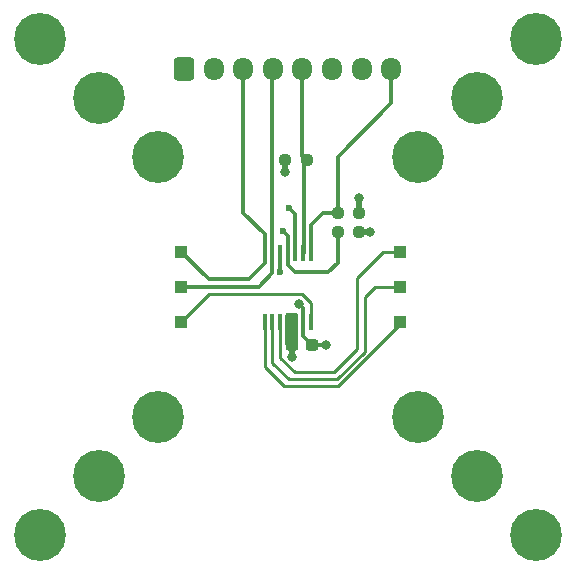
<source format=gbr>
%TF.GenerationSoftware,KiCad,Pcbnew,(6.0.0)*%
%TF.CreationDate,2022-01-20T18:02:09+07:00*%
%TF.ProjectId,CubeSat Encoder,43756265-5361-4742-9045-6e636f646572,rev?*%
%TF.SameCoordinates,Original*%
%TF.FileFunction,Copper,L1,Top*%
%TF.FilePolarity,Positive*%
%FSLAX46Y46*%
G04 Gerber Fmt 4.6, Leading zero omitted, Abs format (unit mm)*
G04 Created by KiCad (PCBNEW (6.0.0)) date 2022-01-20 18:02:09*
%MOMM*%
%LPD*%
G01*
G04 APERTURE LIST*
G04 Aperture macros list*
%AMRoundRect*
0 Rectangle with rounded corners*
0 $1 Rounding radius*
0 $2 $3 $4 $5 $6 $7 $8 $9 X,Y pos of 4 corners*
0 Add a 4 corners polygon primitive as box body*
4,1,4,$2,$3,$4,$5,$6,$7,$8,$9,$2,$3,0*
0 Add four circle primitives for the rounded corners*
1,1,$1+$1,$2,$3*
1,1,$1+$1,$4,$5*
1,1,$1+$1,$6,$7*
1,1,$1+$1,$8,$9*
0 Add four rect primitives between the rounded corners*
20,1,$1+$1,$2,$3,$4,$5,0*
20,1,$1+$1,$4,$5,$6,$7,0*
20,1,$1+$1,$6,$7,$8,$9,0*
20,1,$1+$1,$8,$9,$2,$3,0*%
G04 Aperture macros list end*
%TA.AperFunction,ComponentPad*%
%ADD10C,4.400000*%
%TD*%
%TA.AperFunction,ComponentPad*%
%ADD11C,0.700000*%
%TD*%
%TA.AperFunction,SMDPad,CuDef*%
%ADD12RoundRect,0.237500X-0.300000X-0.237500X0.300000X-0.237500X0.300000X0.237500X-0.300000X0.237500X0*%
%TD*%
%TA.AperFunction,SMDPad,CuDef*%
%ADD13RoundRect,0.237500X0.250000X0.237500X-0.250000X0.237500X-0.250000X-0.237500X0.250000X-0.237500X0*%
%TD*%
%TA.AperFunction,SMDPad,CuDef*%
%ADD14R,1.000000X1.000000*%
%TD*%
%TA.AperFunction,SMDPad,CuDef*%
%ADD15R,0.450000X1.475000*%
%TD*%
%TA.AperFunction,SMDPad,CuDef*%
%ADD16RoundRect,0.237500X-0.250000X-0.237500X0.250000X-0.237500X0.250000X0.237500X-0.250000X0.237500X0*%
%TD*%
%TA.AperFunction,ComponentPad*%
%ADD17RoundRect,0.250000X-0.600000X-0.725000X0.600000X-0.725000X0.600000X0.725000X-0.600000X0.725000X0*%
%TD*%
%TA.AperFunction,ComponentPad*%
%ADD18O,1.700000X1.950000*%
%TD*%
%TA.AperFunction,ViaPad*%
%ADD19C,0.800000*%
%TD*%
%TA.AperFunction,ViaPad*%
%ADD20C,0.600000*%
%TD*%
%TA.AperFunction,Conductor*%
%ADD21C,0.500000*%
%TD*%
%TA.AperFunction,Conductor*%
%ADD22C,0.300000*%
%TD*%
%TA.AperFunction,Conductor*%
%ADD23C,0.250000*%
%TD*%
G04 APERTURE END LIST*
D10*
%TO.P,H12,1,1*%
%TO.N,GND*%
X125000000Y-55000000D03*
D11*
X126650000Y-55000000D03*
X126166726Y-56166726D03*
X125000000Y-56650000D03*
X123833274Y-56166726D03*
X123350000Y-55000000D03*
X123833274Y-53833274D03*
X125000000Y-53350000D03*
X126166726Y-53833274D03*
%TD*%
D10*
%TO.P,H11,1,1*%
%TO.N,GND*%
X125000000Y-87000000D03*
D11*
X126650000Y-87000000D03*
X126166726Y-88166726D03*
X125000000Y-88650000D03*
X123833274Y-88166726D03*
X123350000Y-87000000D03*
X123833274Y-85833274D03*
X125000000Y-85350000D03*
X126166726Y-85833274D03*
%TD*%
D10*
%TO.P,H10,1,1*%
%TO.N,GND*%
X157000000Y-87000000D03*
D11*
X158650000Y-87000000D03*
X158166726Y-88166726D03*
X157000000Y-88650000D03*
X155833274Y-88166726D03*
X155350000Y-87000000D03*
X155833274Y-85833274D03*
X157000000Y-85350000D03*
X158166726Y-85833274D03*
%TD*%
D10*
%TO.P,H9,1,1*%
%TO.N,GND*%
X157000000Y-55000000D03*
D11*
X158650000Y-55000000D03*
X158166726Y-56166726D03*
X157000000Y-56650000D03*
X155833274Y-56166726D03*
X155350000Y-55000000D03*
X155833274Y-53833274D03*
X157000000Y-53350000D03*
X158166726Y-53833274D03*
%TD*%
D10*
%TO.P,H8,1,1*%
%TO.N,GND*%
X120000000Y-92000000D03*
D11*
X121650000Y-92000000D03*
X121166726Y-93166726D03*
X120000000Y-93650000D03*
X118833274Y-93166726D03*
X118350000Y-92000000D03*
X118833274Y-90833274D03*
X120000000Y-90350000D03*
X121166726Y-90833274D03*
%TD*%
D10*
%TO.P,H7,1,1*%
%TO.N,GND*%
X162000000Y-92000000D03*
D11*
X163650000Y-92000000D03*
X163166726Y-93166726D03*
X162000000Y-93650000D03*
X160833274Y-93166726D03*
X160350000Y-92000000D03*
X160833274Y-90833274D03*
X162000000Y-90350000D03*
X163166726Y-90833274D03*
%TD*%
D10*
%TO.P,H6,1,1*%
%TO.N,GND*%
X120000000Y-50000000D03*
D11*
X121650000Y-50000000D03*
X121166726Y-51166726D03*
X120000000Y-51650000D03*
X118833274Y-51166726D03*
X118350000Y-50000000D03*
X118833274Y-48833274D03*
X120000000Y-48350000D03*
X121166726Y-48833274D03*
%TD*%
D10*
%TO.P,H5,1,1*%
%TO.N,GND*%
X162000000Y-50000000D03*
D11*
X163650000Y-50000000D03*
X163166726Y-51166726D03*
X162000000Y-51650000D03*
X160833274Y-51166726D03*
X160350000Y-50000000D03*
X160833274Y-48833274D03*
X162000000Y-48350000D03*
X163166726Y-48833274D03*
%TD*%
%TO.P,H2,1,1*%
%TO.N,GND*%
X131650000Y-82000000D03*
D10*
X130000000Y-82000000D03*
D11*
X128350000Y-82000000D03*
X130000000Y-80350000D03*
X131166726Y-83166726D03*
X128833274Y-80833274D03*
X130000000Y-83650000D03*
X131166726Y-80833274D03*
X128833274Y-83166726D03*
%TD*%
D12*
%TO.P,C1,1*%
%TO.N,+3V3*%
X141357500Y-75910000D03*
%TO.P,C1,2*%
%TO.N,GND*%
X143082500Y-75910000D03*
%TD*%
D13*
%TO.P,R1,1*%
%TO.N,/CLK*%
X142592500Y-60250000D03*
%TO.P,R1,2*%
%TO.N,GND*%
X140767500Y-60250000D03*
%TD*%
D11*
%TO.P,H1,1,1*%
%TO.N,GND*%
X128350000Y-60000000D03*
X131166726Y-58833274D03*
X128833274Y-61166726D03*
X131650000Y-60000000D03*
X131166726Y-61166726D03*
X130000000Y-58350000D03*
D10*
X130000000Y-60000000D03*
D11*
X128833274Y-58833274D03*
X130000000Y-61650000D03*
%TD*%
D14*
%TO.P,TP5,1,1*%
%TO.N,/V*%
X150500000Y-70950000D03*
%TD*%
D15*
%TO.P,IC1,1,CSN*%
%TO.N,/CS*%
X142950000Y-68062000D03*
%TO.P,IC1,2,CLK*%
%TO.N,/CLK*%
X142300000Y-68062000D03*
%TO.P,IC1,3,MISO*%
%TO.N,/MISO*%
X141650000Y-68062000D03*
%TO.P,IC1,4,MOSI*%
%TO.N,/MOSI*%
X141000000Y-68062000D03*
%TO.P,IC1,5,TEST*%
%TO.N,GND*%
X140350000Y-68062000D03*
%TO.P,IC1,6,B*%
%TO.N,/B*%
X139700000Y-68062000D03*
%TO.P,IC1,7,A*%
%TO.N,/A*%
X139050000Y-68062000D03*
%TO.P,IC1,8,W/PWM*%
%TO.N,/W*%
X139050000Y-73938000D03*
%TO.P,IC1,9,V*%
%TO.N,/V*%
X139700000Y-73938000D03*
%TO.P,IC1,10,U*%
%TO.N,/U*%
X140350000Y-73938000D03*
%TO.P,IC1,11,VDD*%
%TO.N,+3V3*%
X141000000Y-73938000D03*
%TO.P,IC1,12,VDD3V3*%
X141650000Y-73938000D03*
%TO.P,IC1,13,GND*%
%TO.N,GND*%
X142300000Y-73938000D03*
%TO.P,IC1,14,I/PWM*%
%TO.N,/I*%
X142950000Y-73938000D03*
%TD*%
D11*
%TO.P,H3,1,1*%
%TO.N,GND*%
X150833274Y-58833274D03*
X150833274Y-61166726D03*
X150350000Y-60000000D03*
X153166726Y-61166726D03*
X153166726Y-58833274D03*
X152000000Y-61650000D03*
X153650000Y-60000000D03*
D10*
X152000000Y-60000000D03*
D11*
X152000000Y-58350000D03*
%TD*%
D14*
%TO.P,TP2,1,1*%
%TO.N,/B*%
X132000000Y-70950000D03*
%TD*%
%TO.P,TP1,1,1*%
%TO.N,/A*%
X132000000Y-68000000D03*
%TD*%
%TO.P,TP6,1,1*%
%TO.N,/W*%
X150500000Y-73900000D03*
%TD*%
%TO.P,TP4,1,1*%
%TO.N,/U*%
X150500000Y-68000000D03*
%TD*%
D16*
%TO.P,R2,1*%
%TO.N,/MOSI*%
X145227500Y-66280000D03*
%TO.P,R2,2*%
%TO.N,GND*%
X147052500Y-66280000D03*
%TD*%
D13*
%TO.P,R3,1*%
%TO.N,+3V3*%
X147052500Y-64700000D03*
%TO.P,R3,2*%
%TO.N,/CS*%
X145227500Y-64700000D03*
%TD*%
D14*
%TO.P,TP3,1,1*%
%TO.N,/I*%
X132000000Y-73900000D03*
%TD*%
D11*
%TO.P,H4,1,1*%
%TO.N,GND*%
X150833274Y-83166726D03*
X150833274Y-80833274D03*
D10*
X152000000Y-82000000D03*
D11*
X150350000Y-82000000D03*
X152000000Y-83650000D03*
X152000000Y-80350000D03*
X153166726Y-80833274D03*
X153166726Y-83166726D03*
X153650000Y-82000000D03*
%TD*%
D17*
%TO.P,J1,1,Pin_1*%
%TO.N,+3V3*%
X132250000Y-52550000D03*
D18*
%TO.P,J1,2,Pin_2*%
%TO.N,GND*%
X134750000Y-52550000D03*
%TO.P,J1,3,Pin_3*%
%TO.N,/A*%
X137250000Y-52550000D03*
%TO.P,J1,4,Pin_4*%
%TO.N,/B*%
X139750000Y-52550000D03*
%TO.P,J1,5,Pin_5*%
%TO.N,/CLK*%
X142250000Y-52550000D03*
%TO.P,J1,6,Pin_6*%
%TO.N,/MISO*%
X144750000Y-52550000D03*
%TO.P,J1,7,Pin_7*%
%TO.N,/MOSI*%
X147250000Y-52550000D03*
%TO.P,J1,8,Pin_8*%
%TO.N,/CS*%
X149750000Y-52550000D03*
%TD*%
D19*
%TO.N,+3V3*%
X147000000Y-63400000D03*
X141400000Y-76900000D03*
D20*
%TO.N,GND*%
X140350000Y-69680000D03*
D19*
X148000000Y-66300000D03*
X141987701Y-72402299D03*
X144240000Y-75860000D03*
X140800000Y-61200000D03*
D20*
%TO.N,/MOSI*%
X140575000Y-66200000D03*
%TO.N,/MISO*%
X141150000Y-64300000D03*
%TD*%
D21*
%TO.N,+3V3*%
X147000000Y-64647500D02*
X147052500Y-64700000D01*
X147000000Y-63400000D02*
X147000000Y-64647500D01*
X141400000Y-75952500D02*
X141357500Y-75910000D01*
D22*
X141312299Y-75955201D02*
X141357500Y-75910000D01*
D21*
X141400000Y-76900000D02*
X141400000Y-75952500D01*
D22*
%TO.N,GND*%
X143082500Y-75910000D02*
X142300000Y-75127500D01*
X144190000Y-75910000D02*
X144240000Y-75860000D01*
X142300000Y-73938000D02*
X142300000Y-72714598D01*
D21*
X140767500Y-61167500D02*
X140800000Y-61200000D01*
X140767500Y-60250000D02*
X140767500Y-61167500D01*
D22*
X142300000Y-75127500D02*
X142300000Y-73938000D01*
D21*
X147980000Y-66280000D02*
X148000000Y-66300000D01*
X147052500Y-66280000D02*
X147980000Y-66280000D01*
D22*
X140350000Y-68062000D02*
X140350000Y-69680000D01*
X143082500Y-75910000D02*
X144190000Y-75910000D01*
X142300000Y-72714598D02*
X141987701Y-72402299D01*
D23*
%TO.N,/I*%
X142210016Y-71600000D02*
X142950000Y-72339984D01*
X134300000Y-71600000D02*
X142210016Y-71600000D01*
X142950000Y-72339984D02*
X142950000Y-73938000D01*
X132000000Y-73900000D02*
X134300000Y-71600000D01*
%TO.N,/U*%
X140350000Y-76950000D02*
X141600000Y-78200000D01*
X144900000Y-78200000D02*
X146870000Y-76230000D01*
X146870000Y-70180000D02*
X149050000Y-68000000D01*
X141600000Y-78200000D02*
X144900000Y-78200000D01*
X140350000Y-73938000D02*
X140350000Y-76950000D01*
X149050000Y-68000000D02*
X150500000Y-68000000D01*
X146870000Y-76230000D02*
X146870000Y-70180000D01*
%TO.N,/V*%
X139700000Y-73938000D02*
X139700000Y-77400000D01*
X147530000Y-71810000D02*
X148390000Y-70950000D01*
X148390000Y-70950000D02*
X150500000Y-70950000D01*
X145200000Y-78800000D02*
X147530000Y-76470000D01*
X141100000Y-78800000D02*
X145200000Y-78800000D01*
X147530000Y-76470000D02*
X147530000Y-71810000D01*
X139700000Y-77400000D02*
X141100000Y-78800000D01*
%TO.N,/W*%
X145235717Y-79400000D02*
X150500000Y-74135717D01*
X150500000Y-74135717D02*
X150500000Y-73900000D01*
X140700000Y-79400000D02*
X145235717Y-79400000D01*
X139050000Y-73938000D02*
X139050000Y-77750000D01*
X139050000Y-77750000D02*
X140700000Y-79400000D01*
D22*
%TO.N,/A*%
X139050000Y-68950000D02*
X137700000Y-70300000D01*
X139050000Y-68062000D02*
X139050000Y-66525000D01*
X134300000Y-70300000D02*
X132000000Y-68000000D01*
X137700000Y-70300000D02*
X134300000Y-70300000D01*
X137250000Y-64725000D02*
X137250000Y-52550000D01*
X139050000Y-66525000D02*
X137250000Y-64725000D01*
X139050000Y-68062000D02*
X139050000Y-68950000D01*
%TO.N,/B*%
X139700000Y-69800000D02*
X138550000Y-70950000D01*
X139700000Y-52600000D02*
X139750000Y-52550000D01*
X139700000Y-68062000D02*
X139700000Y-69800000D01*
X138550000Y-70950000D02*
X132000000Y-70950000D01*
X139700000Y-68062000D02*
X139700000Y-52600000D01*
%TO.N,/MOSI*%
X141000000Y-68062000D02*
X141000000Y-69099500D01*
X145227500Y-68912500D02*
X145227500Y-66280000D01*
X141590500Y-69690000D02*
X144450000Y-69690000D01*
X141000000Y-66625000D02*
X141000000Y-68062000D01*
X140575000Y-66200000D02*
X141000000Y-66625000D01*
X144450000Y-69690000D02*
X145227500Y-68912500D01*
X141000000Y-69099500D02*
X141590500Y-69690000D01*
%TO.N,/MISO*%
X141150000Y-64300000D02*
X141650000Y-64800000D01*
X141650000Y-64800000D02*
X141650000Y-68062000D01*
%TO.N,/CLK*%
X142300000Y-68062000D02*
X142338000Y-68062000D01*
X142250000Y-59907500D02*
X142592500Y-60250000D01*
X142250000Y-52550000D02*
X142250000Y-59907500D01*
X142375489Y-60467011D02*
X142592500Y-60250000D01*
X142375489Y-68024511D02*
X142375489Y-60467011D01*
X142338000Y-68062000D02*
X142375489Y-68024511D01*
%TO.N,/CS*%
X143970000Y-64700000D02*
X145227500Y-64700000D01*
X145227500Y-59952500D02*
X149750000Y-55430000D01*
X149750000Y-55430000D02*
X149750000Y-52550000D01*
X145227500Y-64700000D02*
X145227500Y-59952500D01*
X142950000Y-65720000D02*
X143970000Y-64700000D01*
X142950000Y-68062000D02*
X142950000Y-65720000D01*
%TD*%
%TA.AperFunction,Conductor*%
%TO.N,+3V3*%
G36*
X141816621Y-73220002D02*
G01*
X141863114Y-73273658D01*
X141874500Y-73326000D01*
X141874500Y-74695248D01*
X141886133Y-74753731D01*
X141891089Y-74761148D01*
X141900000Y-74805944D01*
X141900000Y-75774000D01*
X141879998Y-75842121D01*
X141826342Y-75888614D01*
X141774000Y-75900000D01*
X140926000Y-75900000D01*
X140857879Y-75879998D01*
X140811386Y-75826342D01*
X140800000Y-75774000D01*
X140800000Y-73326000D01*
X140820002Y-73257879D01*
X140873658Y-73211386D01*
X140926000Y-73200000D01*
X141748500Y-73200000D01*
X141816621Y-73220002D01*
G37*
%TD.AperFunction*%
%TD*%
M02*

</source>
